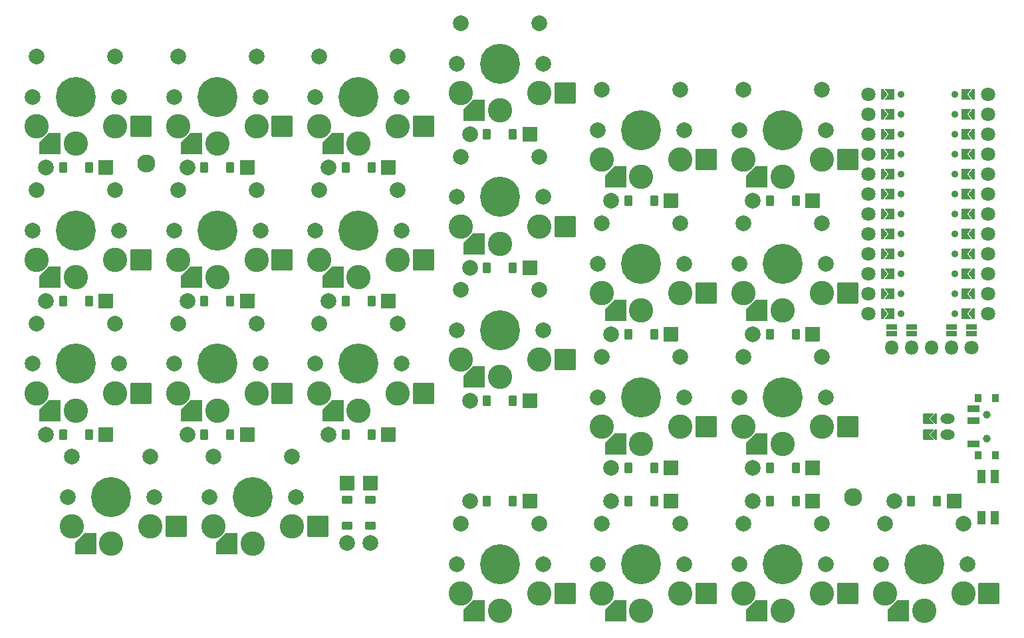
<source format=gbr>
%TF.GenerationSoftware,KiCad,Pcbnew,8.0.7*%
%TF.CreationDate,2025-01-05T11:09:37-06:00*%
%TF.ProjectId,omega_pcb_mbx_b0.2,6f6d6567-615f-4706-9362-5f6d62785f62,v1.0.0*%
%TF.SameCoordinates,Original*%
%TF.FileFunction,Soldermask,Top*%
%TF.FilePolarity,Negative*%
%FSLAX46Y46*%
G04 Gerber Fmt 4.6, Leading zero omitted, Abs format (unit mm)*
G04 Created by KiCad (PCBNEW 8.0.7) date 2025-01-05 11:09:37*
%MOMM*%
%LPD*%
G01*
G04 APERTURE LIST*
G04 Aperture macros list*
%AMRoundRect*
0 Rectangle with rounded corners*
0 $1 Rounding radius*
0 $2 $3 $4 $5 $6 $7 $8 $9 X,Y pos of 4 corners*
0 Add a 4 corners polygon primitive as box body*
4,1,4,$2,$3,$4,$5,$6,$7,$8,$9,$2,$3,0*
0 Add four circle primitives for the rounded corners*
1,1,$1+$1,$2,$3*
1,1,$1+$1,$4,$5*
1,1,$1+$1,$6,$7*
1,1,$1+$1,$8,$9*
0 Add four rect primitives between the rounded corners*
20,1,$1+$1,$2,$3,$4,$5,0*
20,1,$1+$1,$4,$5,$6,$7,0*
20,1,$1+$1,$6,$7,$8,$9,0*
20,1,$1+$1,$8,$9,$2,$3,0*%
%AMFreePoly0*
4,1,14,1.335355,1.335355,1.350000,1.300000,1.350000,-0.117000,1.335355,-0.152355,0.152355,-1.335355,0.117000,-1.350000,-1.300000,-1.350000,-1.335355,-1.335355,-1.350000,-1.300000,-1.350000,1.300000,-1.335355,1.335355,-1.300000,1.350000,1.300000,1.350000,1.335355,1.335355,1.335355,1.335355,$1*%
%AMFreePoly1*
4,1,16,0.635355,0.285355,0.650000,0.250000,0.650000,-1.000000,0.635355,-1.035355,0.600000,-1.050000,0.564645,-1.035355,0.000000,-0.470710,-0.564645,-1.035355,-0.600000,-1.050000,-0.635355,-1.035355,-0.650000,-1.000000,-0.650000,0.250000,-0.635355,0.285355,-0.600000,0.300000,0.600000,0.300000,0.635355,0.285355,0.635355,0.285355,$1*%
%AMFreePoly2*
4,1,14,0.035355,0.435355,0.635355,-0.164645,0.650000,-0.200000,0.650000,-0.400000,0.635355,-0.435355,0.600000,-0.450000,-0.600000,-0.450000,-0.635355,-0.435355,-0.650000,-0.400000,-0.650000,-0.200000,-0.635355,-0.164645,-0.035355,0.435355,0.000000,0.450000,0.035355,0.435355,0.035355,0.435355,$1*%
%AMFreePoly3*
4,1,16,-0.214645,0.660355,-0.210957,0.656235,0.289043,0.031235,0.299694,-0.005522,0.289043,-0.031235,-0.210957,-0.656235,-0.244478,-0.674694,-0.250000,-0.675000,-0.500000,-0.675000,-0.535355,-0.660355,-0.550000,-0.625000,-0.550000,0.625000,-0.535355,0.660355,-0.500000,0.675000,-0.250000,0.675000,-0.214645,0.660355,-0.214645,0.660355,$1*%
%AMFreePoly4*
4,1,16,0.535355,0.660355,0.550000,0.625000,0.550000,-0.625000,0.535355,-0.660355,0.500000,-0.675000,-0.650000,-0.675000,-0.685355,-0.660355,-0.700000,-0.625000,-0.689043,-0.593765,-0.214031,0.000000,-0.689043,0.593765,-0.699694,0.630522,-0.681235,0.664043,-0.650000,0.675000,0.500000,0.675000,0.535355,0.660355,0.535355,0.660355,$1*%
G04 Aperture macros list end*
%ADD10RoundRect,0.050000X0.889000X0.889000X-0.889000X0.889000X-0.889000X-0.889000X0.889000X-0.889000X0*%
%ADD11RoundRect,0.050000X0.450000X0.600000X-0.450000X0.600000X-0.450000X-0.600000X0.450000X-0.600000X0*%
%ADD12C,2.005000*%
%ADD13C,2.300000*%
%ADD14O,1.800000X1.800000*%
%ADD15C,1.800000*%
%ADD16RoundRect,0.050000X0.600000X-0.300000X0.600000X0.300000X-0.600000X0.300000X-0.600000X-0.300000X0*%
%ADD17RoundRect,0.050000X-0.889000X0.889000X-0.889000X-0.889000X0.889000X-0.889000X0.889000X0.889000X0*%
%ADD18RoundRect,0.050000X-0.600000X0.450000X-0.600000X-0.450000X0.600000X-0.450000X0.600000X0.450000X0*%
%ADD19C,2.000000*%
%ADD20C,3.100000*%
%ADD21C,5.100000*%
%ADD22FreePoly0,180.000000*%
%ADD23RoundRect,0.050000X1.300000X1.300000X-1.300000X1.300000X-1.300000X-1.300000X1.300000X-1.300000X0*%
%ADD24RoundRect,0.050000X0.500000X-0.775000X0.500000X0.775000X-0.500000X0.775000X-0.500000X-0.775000X0*%
%ADD25FreePoly1,90.000000*%
%ADD26O,1.850000X1.300000*%
%ADD27FreePoly2,90.000000*%
%ADD28FreePoly3,180.000000*%
%ADD29FreePoly3,0.000000*%
%ADD30C,0.900000*%
%ADD31FreePoly4,180.000000*%
%ADD32FreePoly4,0.000000*%
%ADD33RoundRect,0.050000X0.400000X-0.500000X0.400000X0.500000X-0.400000X0.500000X-0.400000X-0.500000X0*%
%ADD34C,1.000000*%
%ADD35RoundRect,0.050000X0.750000X-0.350000X0.750000X0.350000X-0.750000X0.350000X-0.750000X-0.350000X0*%
G04 APERTURE END LIST*
D10*
%TO.C,D21*%
X133810000Y-97500000D03*
D11*
X131650000Y-97500000D03*
X128350000Y-97500000D03*
D12*
X126190000Y-97500000D03*
%TD*%
D10*
%TO.C,D6*%
X61810000Y-55000000D03*
D11*
X59650000Y-55000000D03*
X56350000Y-55000000D03*
D12*
X54190000Y-55000000D03*
%TD*%
D10*
%TO.C,D18*%
X133810000Y-59250000D03*
D11*
X131650000Y-59250000D03*
X128350000Y-59250000D03*
D12*
X126190000Y-59250000D03*
%TD*%
D10*
%TO.C,D10*%
X97810000Y-84750000D03*
D11*
X95650000Y-84750000D03*
X92350000Y-84750000D03*
D12*
X90190000Y-84750000D03*
%TD*%
D10*
%TO.C,D16*%
X133810000Y-93250000D03*
D11*
X131650000Y-93250000D03*
X128350000Y-93250000D03*
D12*
X126190000Y-93250000D03*
%TD*%
D10*
%TO.C,D7*%
X79810000Y-89000000D03*
D11*
X77650000Y-89000000D03*
X74350000Y-89000000D03*
D12*
X72190000Y-89000000D03*
%TD*%
D10*
%TO.C,D2*%
X43810000Y-72000000D03*
D11*
X41650000Y-72000000D03*
X38350000Y-72000000D03*
D12*
X36190000Y-72000000D03*
%TD*%
D10*
%TO.C,D3*%
X43810000Y-55000000D03*
D11*
X41650000Y-55000000D03*
X38350000Y-55000000D03*
D12*
X36190000Y-55000000D03*
%TD*%
D10*
%TO.C,D17*%
X133810000Y-76250000D03*
D11*
X131650000Y-76250000D03*
X128350000Y-76250000D03*
D12*
X126190000Y-76250000D03*
%TD*%
D13*
%TO.C,MH1*%
X49000000Y-54500000D03*
%TD*%
D14*
%TO.C,DISP1*%
X143920000Y-77950000D03*
X146460000Y-77950000D03*
X149000000Y-77950000D03*
X151540000Y-77950000D03*
D15*
X154080000Y-77950000D03*
D16*
X143920000Y-76200000D03*
X146460000Y-76200000D03*
X151540000Y-76200000D03*
X154080000Y-76200000D03*
X143920000Y-75300000D03*
X146460000Y-75300000D03*
X151540000Y-75300000D03*
X154080000Y-75300000D03*
%TD*%
D10*
%TO.C,D1*%
X43810000Y-89000000D03*
D11*
X41650000Y-89000000D03*
X38350000Y-89000000D03*
D12*
X36190000Y-89000000D03*
%TD*%
D10*
%TO.C,D8*%
X79810000Y-72000000D03*
D11*
X77650000Y-72000000D03*
X74350000Y-72000000D03*
D12*
X72190000Y-72000000D03*
%TD*%
D10*
%TO.C,D22*%
X151810000Y-97500000D03*
D11*
X149650000Y-97500000D03*
X146350000Y-97500000D03*
D12*
X144190000Y-97500000D03*
%TD*%
D17*
%TO.C,D23*%
X77500000Y-95190000D03*
D18*
X77500000Y-97350000D03*
X77500000Y-100650000D03*
D12*
X77500000Y-102810000D03*
%TD*%
D13*
%TO.C,MH2*%
X139000000Y-97000000D03*
%TD*%
D10*
%TO.C,D4*%
X61810000Y-89000000D03*
D11*
X59650000Y-89000000D03*
X56350000Y-89000000D03*
D12*
X54190000Y-89000000D03*
%TD*%
D10*
%TO.C,D13*%
X115810000Y-93250000D03*
D11*
X113650000Y-93250000D03*
X110350000Y-93250000D03*
D12*
X108190000Y-93250000D03*
%TD*%
D10*
%TO.C,D12*%
X97810000Y-50750000D03*
D11*
X95650000Y-50750000D03*
X92350000Y-50750000D03*
D12*
X90190000Y-50750000D03*
%TD*%
D10*
%TO.C,D19*%
X97810000Y-97500000D03*
D11*
X95650000Y-97500000D03*
X92350000Y-97500000D03*
D12*
X90190000Y-97500000D03*
%TD*%
D10*
%TO.C,D11*%
X97810000Y-67750000D03*
D11*
X95650000Y-67750000D03*
X92350000Y-67750000D03*
D12*
X90190000Y-67750000D03*
%TD*%
D17*
%TO.C,D24*%
X74500000Y-95190000D03*
D18*
X74500000Y-97350000D03*
X74500000Y-100650000D03*
D12*
X74500000Y-102810000D03*
%TD*%
D10*
%TO.C,D9*%
X79810000Y-55000000D03*
D11*
X77650000Y-55000000D03*
X74350000Y-55000000D03*
D12*
X72190000Y-55000000D03*
%TD*%
D10*
%TO.C,D20*%
X115810000Y-97500000D03*
D11*
X113650000Y-97500000D03*
X110350000Y-97500000D03*
D12*
X108190000Y-97500000D03*
%TD*%
D10*
%TO.C,D15*%
X115810000Y-59250000D03*
D11*
X113650000Y-59250000D03*
X110350000Y-59250000D03*
D12*
X108190000Y-59250000D03*
%TD*%
D10*
%TO.C,D14*%
X115810000Y-76250000D03*
D11*
X113650000Y-76250000D03*
X110350000Y-76250000D03*
D12*
X108190000Y-76250000D03*
%TD*%
D10*
%TO.C,D5*%
X61810000Y-72000000D03*
D11*
X59650000Y-72000000D03*
X56350000Y-72000000D03*
D12*
X54190000Y-72000000D03*
%TD*%
D19*
%TO.C,S21*%
X99500000Y-105500000D03*
D20*
X99000000Y-109250000D03*
D19*
X99000000Y-100350000D03*
D20*
X94000000Y-111450000D03*
D21*
X94000000Y-105500000D03*
D20*
X89000000Y-109250000D03*
D19*
X89000000Y-100350000D03*
X88500000Y-105500000D03*
D22*
X90725000Y-111450000D03*
D23*
X102275000Y-109250000D03*
%TD*%
D24*
%TO.C,RST1*%
X157000000Y-99625000D03*
X155300000Y-99625000D03*
X157000000Y-94375000D03*
X155300000Y-94375000D03*
%TD*%
D19*
%TO.C,S20*%
X68000000Y-97000000D03*
D20*
X67500000Y-100750000D03*
D19*
X67500000Y-91850000D03*
D20*
X62500000Y-102950000D03*
D21*
X62500000Y-97000000D03*
D20*
X57500000Y-100750000D03*
D19*
X57500000Y-91850000D03*
X57000000Y-97000000D03*
D22*
X59225000Y-102950000D03*
D23*
X70775000Y-100750000D03*
%TD*%
D19*
%TO.C,S5*%
X63500000Y-63000000D03*
D20*
X63000000Y-66750000D03*
D19*
X63000000Y-57850000D03*
D20*
X58000000Y-68950000D03*
D21*
X58000000Y-63000000D03*
D20*
X53000000Y-66750000D03*
D19*
X53000000Y-57850000D03*
X52500000Y-63000000D03*
D22*
X54725000Y-68950000D03*
D23*
X66275000Y-66750000D03*
%TD*%
D19*
%TO.C,S13*%
X117500000Y-84250000D03*
D20*
X117000000Y-88000000D03*
D19*
X117000000Y-79100000D03*
D20*
X112000000Y-90200000D03*
D21*
X112000000Y-84250000D03*
D20*
X107000000Y-88000000D03*
D19*
X107000000Y-79100000D03*
X106500000Y-84250000D03*
D22*
X108725000Y-90200000D03*
D23*
X120275000Y-88000000D03*
%TD*%
D19*
%TO.C,S4*%
X63500000Y-80000000D03*
D20*
X63000000Y-83750000D03*
D19*
X63000000Y-74850000D03*
D20*
X58000000Y-85950000D03*
D21*
X58000000Y-80000000D03*
D20*
X53000000Y-83750000D03*
D19*
X53000000Y-74850000D03*
X52500000Y-80000000D03*
D22*
X54725000Y-85950000D03*
D23*
X66275000Y-83750000D03*
%TD*%
D19*
%TO.C,S6*%
X63500000Y-46000000D03*
D20*
X63000000Y-49750000D03*
D19*
X63000000Y-40850000D03*
D20*
X58000000Y-51950000D03*
D21*
X58000000Y-46000000D03*
D20*
X53000000Y-49750000D03*
D19*
X53000000Y-40850000D03*
X52500000Y-46000000D03*
D22*
X54725000Y-51950000D03*
D23*
X66275000Y-49750000D03*
%TD*%
D19*
%TO.C,S11*%
X99500000Y-58750000D03*
D20*
X99000000Y-62500000D03*
D19*
X99000000Y-53600000D03*
D20*
X94000000Y-64700000D03*
D21*
X94000000Y-58750000D03*
D20*
X89000000Y-62500000D03*
D19*
X89000000Y-53600000D03*
X88500000Y-58750000D03*
D22*
X90725000Y-64700000D03*
D23*
X102275000Y-62500000D03*
%TD*%
D19*
%TO.C,S12*%
X99500000Y-41750000D03*
D20*
X99000000Y-45500000D03*
D19*
X99000000Y-36600000D03*
D20*
X94000000Y-47700000D03*
D21*
X94000000Y-41750000D03*
D20*
X89000000Y-45500000D03*
D19*
X89000000Y-36600000D03*
X88500000Y-41750000D03*
D22*
X90725000Y-47700000D03*
D23*
X102275000Y-45500000D03*
%TD*%
D19*
%TO.C,S2*%
X45500000Y-63000000D03*
D20*
X45000000Y-66750000D03*
D19*
X45000000Y-57850000D03*
D20*
X40000000Y-68950000D03*
D21*
X40000000Y-63000000D03*
D20*
X35000000Y-66750000D03*
D19*
X35000000Y-57850000D03*
X34500000Y-63000000D03*
D22*
X36725000Y-68950000D03*
D23*
X48275000Y-66750000D03*
%TD*%
D19*
%TO.C,S3*%
X45500000Y-46000000D03*
D20*
X45000000Y-49750000D03*
D19*
X45000000Y-40850000D03*
D20*
X40000000Y-51950000D03*
D21*
X40000000Y-46000000D03*
D20*
X35000000Y-49750000D03*
D19*
X35000000Y-40850000D03*
X34500000Y-46000000D03*
D22*
X36725000Y-51950000D03*
D23*
X48275000Y-49750000D03*
%TD*%
D25*
%TO.C,JST1*%
X148184000Y-87000000D03*
X148184000Y-89000000D03*
D26*
X151000000Y-87000000D03*
X151000000Y-89000000D03*
D27*
X149200000Y-87000000D03*
X149200000Y-89000000D03*
%TD*%
D28*
%TO.C,MCU1*%
X154000000Y-45650000D03*
D15*
X156120000Y-45650000D03*
D28*
X154000000Y-48190000D03*
D15*
X156120000Y-48190000D03*
D28*
X154000000Y-50730000D03*
D15*
X156120000Y-50730000D03*
D28*
X154000000Y-53270000D03*
D15*
X156120000Y-53270000D03*
D28*
X154000000Y-55810000D03*
D15*
X156120000Y-55810000D03*
D28*
X154000000Y-58350000D03*
D15*
X156120000Y-58350000D03*
D28*
X154000000Y-60890000D03*
D15*
X156120000Y-60890000D03*
D28*
X154000000Y-63430000D03*
D15*
X156120000Y-63430000D03*
D28*
X154000000Y-65970000D03*
D15*
X156120000Y-65970000D03*
D28*
X154000000Y-68510000D03*
D15*
X156120000Y-68510000D03*
D28*
X154000000Y-71050000D03*
D15*
X156120000Y-71050000D03*
D28*
X154000000Y-73590000D03*
D15*
X156120000Y-73590000D03*
X140880000Y-73590000D03*
D29*
X143000000Y-73590000D03*
D15*
X140880000Y-71050000D03*
D29*
X143000000Y-71050000D03*
D15*
X140880000Y-68510000D03*
D29*
X143000000Y-68510000D03*
D15*
X140880000Y-65970000D03*
D29*
X143000000Y-65970000D03*
D15*
X140880000Y-63430000D03*
D29*
X143000000Y-63430000D03*
D15*
X140880000Y-60890000D03*
D29*
X143000000Y-60890000D03*
D15*
X140880000Y-58350000D03*
D29*
X143000000Y-58350000D03*
D15*
X140880000Y-55810000D03*
D29*
X143000000Y-55810000D03*
D15*
X140880000Y-53270000D03*
D29*
X143000000Y-53270000D03*
D15*
X140880000Y-50730000D03*
D29*
X143000000Y-50730000D03*
D15*
X140880000Y-48190000D03*
D29*
X143000000Y-48190000D03*
D15*
X140880000Y-45650000D03*
D29*
X143000000Y-45650000D03*
D30*
X151900000Y-45650000D03*
D31*
X153275000Y-45650000D03*
D30*
X151900000Y-48190000D03*
D31*
X153275000Y-48190000D03*
D30*
X151900000Y-50730000D03*
D31*
X153275000Y-50730000D03*
D30*
X151900000Y-53270000D03*
D31*
X153275000Y-53270000D03*
D30*
X151900000Y-55810000D03*
D31*
X153275000Y-55810000D03*
D30*
X151900000Y-58350000D03*
D31*
X153275000Y-58350000D03*
D30*
X151900000Y-60890000D03*
D31*
X153275000Y-60890000D03*
D30*
X151900000Y-63430000D03*
D31*
X153275000Y-63430000D03*
D30*
X151900000Y-65970000D03*
D31*
X153275000Y-65970000D03*
D30*
X151900000Y-68510000D03*
D31*
X153275000Y-68510000D03*
D30*
X151900000Y-71050000D03*
D31*
X153275000Y-71050000D03*
D30*
X151900000Y-73590000D03*
D31*
X153275000Y-73590000D03*
D32*
X143725000Y-73590000D03*
D30*
X145100000Y-73590000D03*
D32*
X143725000Y-71050000D03*
D30*
X145100000Y-71050000D03*
D32*
X143725000Y-68510000D03*
D30*
X145100000Y-68510000D03*
D32*
X143725000Y-65970000D03*
D30*
X145100000Y-65970000D03*
D32*
X143725000Y-63430000D03*
D30*
X145100000Y-63430000D03*
D32*
X143725000Y-60890000D03*
D30*
X145100000Y-60890000D03*
D32*
X143725000Y-58350000D03*
D30*
X145100000Y-58350000D03*
D32*
X143725000Y-55810000D03*
D30*
X145100000Y-55810000D03*
D32*
X143725000Y-53270000D03*
D30*
X145100000Y-53270000D03*
D32*
X143725000Y-50730000D03*
D30*
X145100000Y-50730000D03*
D32*
X143725000Y-48190000D03*
D30*
X145100000Y-48190000D03*
D32*
X143725000Y-45650000D03*
D30*
X145100000Y-45650000D03*
%TD*%
D19*
%TO.C,S18*%
X135500000Y-50250000D03*
D20*
X135000000Y-54000000D03*
D19*
X135000000Y-45100000D03*
D20*
X130000000Y-56200000D03*
D21*
X130000000Y-50250000D03*
D20*
X125000000Y-54000000D03*
D19*
X125000000Y-45100000D03*
X124500000Y-50250000D03*
D22*
X126725000Y-56200000D03*
D23*
X138275000Y-54000000D03*
%TD*%
D19*
%TO.C,S22*%
X117500000Y-105500000D03*
D20*
X117000000Y-109250000D03*
D19*
X117000000Y-100350000D03*
D20*
X112000000Y-111450000D03*
D21*
X112000000Y-105500000D03*
D20*
X107000000Y-109250000D03*
D19*
X107000000Y-100350000D03*
X106500000Y-105500000D03*
D22*
X108725000Y-111450000D03*
D23*
X120275000Y-109250000D03*
%TD*%
D19*
%TO.C,S7*%
X81500000Y-80000000D03*
D20*
X81000000Y-83750000D03*
D19*
X81000000Y-74850000D03*
D20*
X76000000Y-85950000D03*
D21*
X76000000Y-80000000D03*
D20*
X71000000Y-83750000D03*
D19*
X71000000Y-74850000D03*
X70500000Y-80000000D03*
D22*
X72725000Y-85950000D03*
D23*
X84275000Y-83750000D03*
%TD*%
D19*
%TO.C,S1*%
X45500000Y-80000000D03*
D20*
X45000000Y-83750000D03*
D19*
X45000000Y-74850000D03*
D20*
X40000000Y-85950000D03*
D21*
X40000000Y-80000000D03*
D20*
X35000000Y-83750000D03*
D19*
X35000000Y-74850000D03*
X34500000Y-80000000D03*
D22*
X36725000Y-85950000D03*
D23*
X48275000Y-83750000D03*
%TD*%
D19*
%TO.C,S24*%
X153500000Y-105500000D03*
D20*
X153000000Y-109250000D03*
D19*
X153000000Y-100350000D03*
D20*
X148000000Y-111450000D03*
D21*
X148000000Y-105500000D03*
D20*
X143000000Y-109250000D03*
D19*
X143000000Y-100350000D03*
X142500000Y-105500000D03*
D22*
X144725000Y-111450000D03*
D23*
X156275000Y-109250000D03*
%TD*%
D19*
%TO.C,S15*%
X117500000Y-50250000D03*
D20*
X117000000Y-54000000D03*
D19*
X117000000Y-45100000D03*
D20*
X112000000Y-56200000D03*
D21*
X112000000Y-50250000D03*
D20*
X107000000Y-54000000D03*
D19*
X107000000Y-45100000D03*
X106500000Y-50250000D03*
D22*
X108725000Y-56200000D03*
D23*
X120275000Y-54000000D03*
%TD*%
D19*
%TO.C,S19*%
X50000000Y-97000000D03*
D20*
X49500000Y-100750000D03*
D19*
X49500000Y-91850000D03*
D20*
X44500000Y-102950000D03*
D21*
X44500000Y-97000000D03*
D20*
X39500000Y-100750000D03*
D19*
X39500000Y-91850000D03*
X39000000Y-97000000D03*
D22*
X41225000Y-102950000D03*
D23*
X52775000Y-100750000D03*
%TD*%
D19*
%TO.C,S23*%
X135500000Y-105500000D03*
D20*
X135000000Y-109250000D03*
D19*
X135000000Y-100350000D03*
D20*
X130000000Y-111450000D03*
D21*
X130000000Y-105500000D03*
D20*
X125000000Y-109250000D03*
D19*
X125000000Y-100350000D03*
X124500000Y-105500000D03*
D22*
X126725000Y-111450000D03*
D23*
X138275000Y-109250000D03*
%TD*%
D19*
%TO.C,S17*%
X135500000Y-67250000D03*
D20*
X135000000Y-71000000D03*
D19*
X135000000Y-62100000D03*
D20*
X130000000Y-73200000D03*
D21*
X130000000Y-67250000D03*
D20*
X125000000Y-71000000D03*
D19*
X125000000Y-62100000D03*
X124500000Y-67250000D03*
D22*
X126725000Y-73200000D03*
D23*
X138275000Y-71000000D03*
%TD*%
D33*
%TO.C,PWR1*%
X154915000Y-84350000D03*
X154915000Y-91650000D03*
D34*
X156025000Y-86500000D03*
X156025000Y-89500000D03*
D33*
X157125000Y-84350000D03*
X157125000Y-91650000D03*
D35*
X154265000Y-90250000D03*
X154265000Y-87250000D03*
X154265000Y-85750000D03*
%TD*%
D19*
%TO.C,S9*%
X81500000Y-46000000D03*
D20*
X81000000Y-49750000D03*
D19*
X81000000Y-40850000D03*
D20*
X76000000Y-51950000D03*
D21*
X76000000Y-46000000D03*
D20*
X71000000Y-49750000D03*
D19*
X71000000Y-40850000D03*
X70500000Y-46000000D03*
D22*
X72725000Y-51950000D03*
D23*
X84275000Y-49750000D03*
%TD*%
D19*
%TO.C,S16*%
X135500000Y-84250000D03*
D20*
X135000000Y-88000000D03*
D19*
X135000000Y-79100000D03*
D20*
X130000000Y-90200000D03*
D21*
X130000000Y-84250000D03*
D20*
X125000000Y-88000000D03*
D19*
X125000000Y-79100000D03*
X124500000Y-84250000D03*
D22*
X126725000Y-90200000D03*
D23*
X138275000Y-88000000D03*
%TD*%
D19*
%TO.C,S10*%
X99500000Y-75750000D03*
D20*
X99000000Y-79500000D03*
D19*
X99000000Y-70600000D03*
D20*
X94000000Y-81700000D03*
D21*
X94000000Y-75750000D03*
D20*
X89000000Y-79500000D03*
D19*
X89000000Y-70600000D03*
X88500000Y-75750000D03*
D22*
X90725000Y-81700000D03*
D23*
X102275000Y-79500000D03*
%TD*%
D19*
%TO.C,S14*%
X117500000Y-67250000D03*
D20*
X117000000Y-71000000D03*
D19*
X117000000Y-62100000D03*
D20*
X112000000Y-73200000D03*
D21*
X112000000Y-67250000D03*
D20*
X107000000Y-71000000D03*
D19*
X107000000Y-62100000D03*
X106500000Y-67250000D03*
D22*
X108725000Y-73200000D03*
D23*
X120275000Y-71000000D03*
%TD*%
D19*
%TO.C,S8*%
X81500000Y-63000000D03*
D20*
X81000000Y-66750000D03*
D19*
X81000000Y-57850000D03*
D20*
X76000000Y-68950000D03*
D21*
X76000000Y-63000000D03*
D20*
X71000000Y-66750000D03*
D19*
X71000000Y-57850000D03*
X70500000Y-63000000D03*
D22*
X72725000Y-68950000D03*
D23*
X84275000Y-66750000D03*
%TD*%
M02*

</source>
